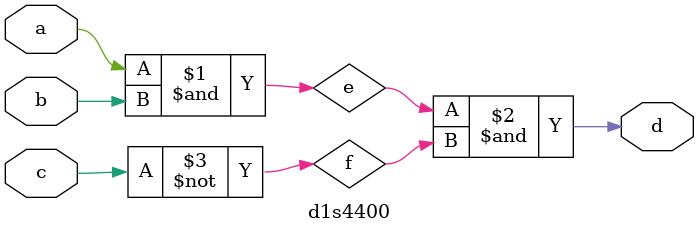
<source format=v>
module d1s4400 (a,b,c,d);

input wire a, b, c;
output wire d;

wire e, f;

and E1(e, a, b);
not E2(f, c);
and E3(d, e, f);

endmodule

</source>
